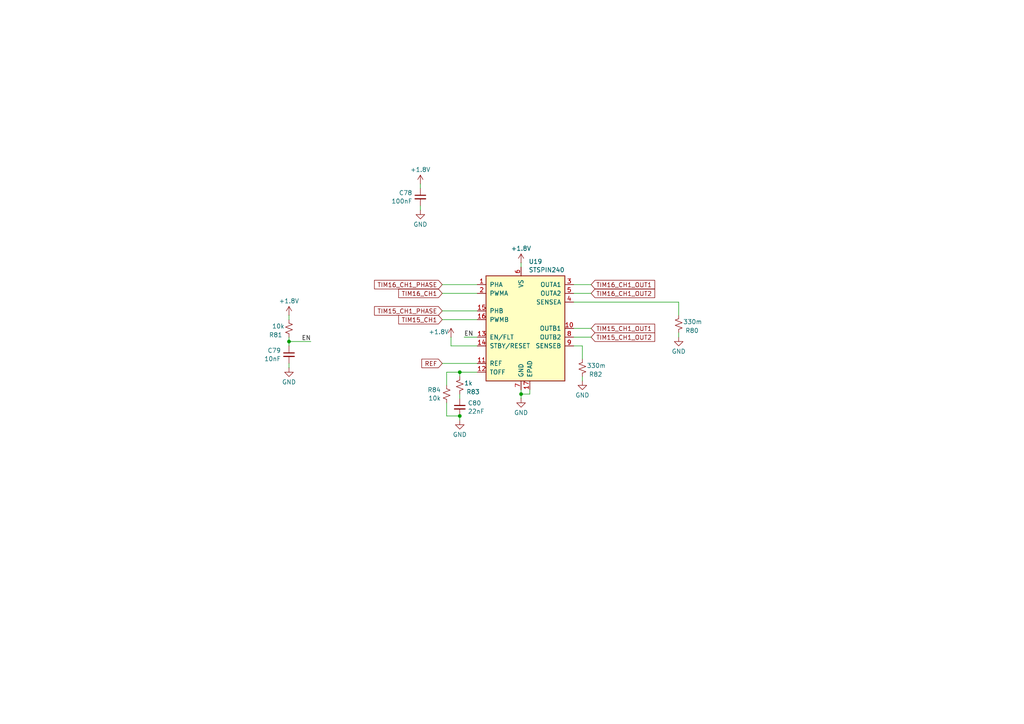
<source format=kicad_sch>
(kicad_sch
	(version 20231120)
	(generator "eeschema")
	(generator_version "8.0")
	(uuid "678b9aec-26bf-4f27-ba87-71e2ec76edda")
	(paper "A4")
	(lib_symbols
		(symbol "Device:C_Small"
			(pin_numbers hide)
			(pin_names
				(offset 0.254) hide)
			(exclude_from_sim no)
			(in_bom yes)
			(on_board yes)
			(property "Reference" "C"
				(at 0.254 1.778 0)
				(effects
					(font
						(size 1.27 1.27)
					)
					(justify left)
				)
			)
			(property "Value" "C_Small"
				(at 0.254 -2.032 0)
				(effects
					(font
						(size 1.27 1.27)
					)
					(justify left)
				)
			)
			(property "Footprint" ""
				(at 0 0 0)
				(effects
					(font
						(size 1.27 1.27)
					)
					(hide yes)
				)
			)
			(property "Datasheet" "~"
				(at 0 0 0)
				(effects
					(font
						(size 1.27 1.27)
					)
					(hide yes)
				)
			)
			(property "Description" "Unpolarized capacitor, small symbol"
				(at 0 0 0)
				(effects
					(font
						(size 1.27 1.27)
					)
					(hide yes)
				)
			)
			(property "ki_keywords" "capacitor cap"
				(at 0 0 0)
				(effects
					(font
						(size 1.27 1.27)
					)
					(hide yes)
				)
			)
			(property "ki_fp_filters" "C_*"
				(at 0 0 0)
				(effects
					(font
						(size 1.27 1.27)
					)
					(hide yes)
				)
			)
			(symbol "C_Small_0_1"
				(polyline
					(pts
						(xy -1.524 -0.508) (xy 1.524 -0.508)
					)
					(stroke
						(width 0.3302)
						(type default)
					)
					(fill
						(type none)
					)
				)
				(polyline
					(pts
						(xy -1.524 0.508) (xy 1.524 0.508)
					)
					(stroke
						(width 0.3048)
						(type default)
					)
					(fill
						(type none)
					)
				)
			)
			(symbol "C_Small_1_1"
				(pin passive line
					(at 0 2.54 270)
					(length 2.032)
					(name "~"
						(effects
							(font
								(size 1.27 1.27)
							)
						)
					)
					(number "1"
						(effects
							(font
								(size 1.27 1.27)
							)
						)
					)
				)
				(pin passive line
					(at 0 -2.54 90)
					(length 2.032)
					(name "~"
						(effects
							(font
								(size 1.27 1.27)
							)
						)
					)
					(number "2"
						(effects
							(font
								(size 1.27 1.27)
							)
						)
					)
				)
			)
		)
		(symbol "Device:R_Small_US"
			(pin_numbers hide)
			(pin_names
				(offset 0.254) hide)
			(exclude_from_sim no)
			(in_bom yes)
			(on_board yes)
			(property "Reference" "R"
				(at 0.762 0.508 0)
				(effects
					(font
						(size 1.27 1.27)
					)
					(justify left)
				)
			)
			(property "Value" "R_Small_US"
				(at 0.762 -1.016 0)
				(effects
					(font
						(size 1.27 1.27)
					)
					(justify left)
				)
			)
			(property "Footprint" ""
				(at 0 0 0)
				(effects
					(font
						(size 1.27 1.27)
					)
					(hide yes)
				)
			)
			(property "Datasheet" "~"
				(at 0 0 0)
				(effects
					(font
						(size 1.27 1.27)
					)
					(hide yes)
				)
			)
			(property "Description" "Resistor, small US symbol"
				(at 0 0 0)
				(effects
					(font
						(size 1.27 1.27)
					)
					(hide yes)
				)
			)
			(property "ki_keywords" "r resistor"
				(at 0 0 0)
				(effects
					(font
						(size 1.27 1.27)
					)
					(hide yes)
				)
			)
			(property "ki_fp_filters" "R_*"
				(at 0 0 0)
				(effects
					(font
						(size 1.27 1.27)
					)
					(hide yes)
				)
			)
			(symbol "R_Small_US_1_1"
				(polyline
					(pts
						(xy 0 0) (xy 1.016 -0.381) (xy 0 -0.762) (xy -1.016 -1.143) (xy 0 -1.524)
					)
					(stroke
						(width 0)
						(type default)
					)
					(fill
						(type none)
					)
				)
				(polyline
					(pts
						(xy 0 1.524) (xy 1.016 1.143) (xy 0 0.762) (xy -1.016 0.381) (xy 0 0)
					)
					(stroke
						(width 0)
						(type default)
					)
					(fill
						(type none)
					)
				)
				(pin passive line
					(at 0 2.54 270)
					(length 1.016)
					(name "~"
						(effects
							(font
								(size 1.27 1.27)
							)
						)
					)
					(number "1"
						(effects
							(font
								(size 1.27 1.27)
							)
						)
					)
				)
				(pin passive line
					(at 0 -2.54 90)
					(length 1.016)
					(name "~"
						(effects
							(font
								(size 1.27 1.27)
							)
						)
					)
					(number "2"
						(effects
							(font
								(size 1.27 1.27)
							)
						)
					)
				)
			)
		)
		(symbol "Driver_Motor:STSPIN240"
			(pin_names
				(offset 1.016)
			)
			(exclude_from_sim no)
			(in_bom yes)
			(on_board yes)
			(property "Reference" "U"
				(at -10.16 16.51 0)
				(effects
					(font
						(size 1.27 1.27)
					)
					(justify left)
				)
			)
			(property "Value" "STSPIN240"
				(at 5.08 16.51 0)
				(effects
					(font
						(size 1.27 1.27)
					)
					(justify left)
				)
			)
			(property "Footprint" "Package_DFN_QFN:VQFN-16-1EP_3x3mm_P0.5mm_EP1.8x1.8mm"
				(at 5.08 19.05 0)
				(effects
					(font
						(size 1.27 1.27)
					)
					(justify left)
					(hide yes)
				)
			)
			(property "Datasheet" "www.st.com/resource/en/datasheet/stspin240.pdf"
				(at 3.81 6.35 0)
				(effects
					(font
						(size 1.27 1.27)
					)
					(hide yes)
				)
			)
			(property "Description" "Low voltage dual brush DC motor driver, 1.8V to 10V input, 1.3Arms output, 0.4Ω Rdson per phase (typical), QFN-16 package"
				(at 0 0 0)
				(effects
					(font
						(size 1.27 1.27)
					)
					(hide yes)
				)
			)
			(property "ki_keywords" "motor driver dc brushed"
				(at 0 0 0)
				(effects
					(font
						(size 1.27 1.27)
					)
					(hide yes)
				)
			)
			(property "ki_fp_filters" "VQFN*1EP*3x3mm*P0.5mm*"
				(at 0 0 0)
				(effects
					(font
						(size 1.27 1.27)
					)
					(hide yes)
				)
			)
			(symbol "STSPIN240_0_1"
				(rectangle
					(start -10.16 15.24)
					(end 12.7 -15.24)
					(stroke
						(width 0.254)
						(type default)
					)
					(fill
						(type background)
					)
				)
			)
			(symbol "STSPIN240_1_1"
				(pin input line
					(at -12.7 12.7 0)
					(length 2.54)
					(name "PHA"
						(effects
							(font
								(size 1.27 1.27)
							)
						)
					)
					(number "1"
						(effects
							(font
								(size 1.27 1.27)
							)
						)
					)
				)
				(pin power_out line
					(at 15.24 0 180)
					(length 2.54)
					(name "OUTB1"
						(effects
							(font
								(size 1.27 1.27)
							)
						)
					)
					(number "10"
						(effects
							(font
								(size 1.27 1.27)
							)
						)
					)
				)
				(pin input line
					(at -12.7 -10.16 0)
					(length 2.54)
					(name "REF"
						(effects
							(font
								(size 1.27 1.27)
							)
						)
					)
					(number "11"
						(effects
							(font
								(size 1.27 1.27)
							)
						)
					)
				)
				(pin input line
					(at -12.7 -12.7 0)
					(length 2.54)
					(name "TOFF"
						(effects
							(font
								(size 1.27 1.27)
							)
						)
					)
					(number "12"
						(effects
							(font
								(size 1.27 1.27)
							)
						)
					)
				)
				(pin bidirectional line
					(at -12.7 -2.54 0)
					(length 2.54)
					(name "EN/FLT"
						(effects
							(font
								(size 1.27 1.27)
							)
						)
					)
					(number "13"
						(effects
							(font
								(size 1.27 1.27)
							)
						)
					)
				)
				(pin input line
					(at -12.7 -5.08 0)
					(length 2.54)
					(name "STBY/RESET"
						(effects
							(font
								(size 1.27 1.27)
							)
						)
					)
					(number "14"
						(effects
							(font
								(size 1.27 1.27)
							)
						)
					)
				)
				(pin input line
					(at -12.7 5.08 0)
					(length 2.54)
					(name "PHB"
						(effects
							(font
								(size 1.27 1.27)
							)
						)
					)
					(number "15"
						(effects
							(font
								(size 1.27 1.27)
							)
						)
					)
				)
				(pin input line
					(at -12.7 2.54 0)
					(length 2.54)
					(name "PWMB"
						(effects
							(font
								(size 1.27 1.27)
							)
						)
					)
					(number "16"
						(effects
							(font
								(size 1.27 1.27)
							)
						)
					)
				)
				(pin power_in line
					(at 2.54 -17.78 90)
					(length 2.54)
					(name "EPAD"
						(effects
							(font
								(size 1.27 1.27)
							)
						)
					)
					(number "17"
						(effects
							(font
								(size 1.27 1.27)
							)
						)
					)
				)
				(pin input line
					(at -12.7 10.16 0)
					(length 2.54)
					(name "PWMA"
						(effects
							(font
								(size 1.27 1.27)
							)
						)
					)
					(number "2"
						(effects
							(font
								(size 1.27 1.27)
							)
						)
					)
				)
				(pin power_out line
					(at 15.24 12.7 180)
					(length 2.54)
					(name "OUTA1"
						(effects
							(font
								(size 1.27 1.27)
							)
						)
					)
					(number "3"
						(effects
							(font
								(size 1.27 1.27)
							)
						)
					)
				)
				(pin power_out line
					(at 15.24 7.62 180)
					(length 2.54)
					(name "SENSEA"
						(effects
							(font
								(size 1.27 1.27)
							)
						)
					)
					(number "4"
						(effects
							(font
								(size 1.27 1.27)
							)
						)
					)
				)
				(pin power_out line
					(at 15.24 10.16 180)
					(length 2.54)
					(name "OUTA2"
						(effects
							(font
								(size 1.27 1.27)
							)
						)
					)
					(number "5"
						(effects
							(font
								(size 1.27 1.27)
							)
						)
					)
				)
				(pin power_in line
					(at 0 17.78 270)
					(length 2.54)
					(name "VS"
						(effects
							(font
								(size 1.27 1.27)
							)
						)
					)
					(number "6"
						(effects
							(font
								(size 1.27 1.27)
							)
						)
					)
				)
				(pin power_in line
					(at 0 -17.78 90)
					(length 2.54)
					(name "GND"
						(effects
							(font
								(size 1.27 1.27)
							)
						)
					)
					(number "7"
						(effects
							(font
								(size 1.27 1.27)
							)
						)
					)
				)
				(pin power_out line
					(at 15.24 -2.54 180)
					(length 2.54)
					(name "OUTB2"
						(effects
							(font
								(size 1.27 1.27)
							)
						)
					)
					(number "8"
						(effects
							(font
								(size 1.27 1.27)
							)
						)
					)
				)
				(pin power_out line
					(at 15.24 -5.08 180)
					(length 2.54)
					(name "SENSEB"
						(effects
							(font
								(size 1.27 1.27)
							)
						)
					)
					(number "9"
						(effects
							(font
								(size 1.27 1.27)
							)
						)
					)
				)
			)
		)
		(symbol "power:+1V8"
			(power)
			(pin_numbers hide)
			(pin_names
				(offset 0) hide)
			(exclude_from_sim no)
			(in_bom yes)
			(on_board yes)
			(property "Reference" "#PWR"
				(at 0 -3.81 0)
				(effects
					(font
						(size 1.27 1.27)
					)
					(hide yes)
				)
			)
			(property "Value" "+1V8"
				(at 0 3.556 0)
				(effects
					(font
						(size 1.27 1.27)
					)
				)
			)
			(property "Footprint" ""
				(at 0 0 0)
				(effects
					(font
						(size 1.27 1.27)
					)
					(hide yes)
				)
			)
			(property "Datasheet" ""
				(at 0 0 0)
				(effects
					(font
						(size 1.27 1.27)
					)
					(hide yes)
				)
			)
			(property "Description" "Power symbol creates a global label with name \"+1V8\""
				(at 0 0 0)
				(effects
					(font
						(size 1.27 1.27)
					)
					(hide yes)
				)
			)
			(property "ki_keywords" "global power"
				(at 0 0 0)
				(effects
					(font
						(size 1.27 1.27)
					)
					(hide yes)
				)
			)
			(symbol "+1V8_0_1"
				(polyline
					(pts
						(xy -0.762 1.27) (xy 0 2.54)
					)
					(stroke
						(width 0)
						(type default)
					)
					(fill
						(type none)
					)
				)
				(polyline
					(pts
						(xy 0 0) (xy 0 2.54)
					)
					(stroke
						(width 0)
						(type default)
					)
					(fill
						(type none)
					)
				)
				(polyline
					(pts
						(xy 0 2.54) (xy 0.762 1.27)
					)
					(stroke
						(width 0)
						(type default)
					)
					(fill
						(type none)
					)
				)
			)
			(symbol "+1V8_1_1"
				(pin power_in line
					(at 0 0 90)
					(length 0)
					(name "~"
						(effects
							(font
								(size 1.27 1.27)
							)
						)
					)
					(number "1"
						(effects
							(font
								(size 1.27 1.27)
							)
						)
					)
				)
			)
		)
		(symbol "power:GND"
			(power)
			(pin_numbers hide)
			(pin_names
				(offset 0) hide)
			(exclude_from_sim no)
			(in_bom yes)
			(on_board yes)
			(property "Reference" "#PWR"
				(at 0 -6.35 0)
				(effects
					(font
						(size 1.27 1.27)
					)
					(hide yes)
				)
			)
			(property "Value" "GND"
				(at 0 -3.81 0)
				(effects
					(font
						(size 1.27 1.27)
					)
				)
			)
			(property "Footprint" ""
				(at 0 0 0)
				(effects
					(font
						(size 1.27 1.27)
					)
					(hide yes)
				)
			)
			(property "Datasheet" ""
				(at 0 0 0)
				(effects
					(font
						(size 1.27 1.27)
					)
					(hide yes)
				)
			)
			(property "Description" "Power symbol creates a global label with name \"GND\" , ground"
				(at 0 0 0)
				(effects
					(font
						(size 1.27 1.27)
					)
					(hide yes)
				)
			)
			(property "ki_keywords" "global power"
				(at 0 0 0)
				(effects
					(font
						(size 1.27 1.27)
					)
					(hide yes)
				)
			)
			(symbol "GND_0_1"
				(polyline
					(pts
						(xy 0 0) (xy 0 -1.27) (xy 1.27 -1.27) (xy 0 -2.54) (xy -1.27 -1.27) (xy 0 -1.27)
					)
					(stroke
						(width 0)
						(type default)
					)
					(fill
						(type none)
					)
				)
			)
			(symbol "GND_1_1"
				(pin power_in line
					(at 0 0 270)
					(length 0)
					(name "~"
						(effects
							(font
								(size 1.27 1.27)
							)
						)
					)
					(number "1"
						(effects
							(font
								(size 1.27 1.27)
							)
						)
					)
				)
			)
		)
	)
	(junction
		(at 133.35 120.65)
		(diameter 0)
		(color 0 0 0 0)
		(uuid "42d6576e-fadb-4563-9fc6-3a42c8f7e3c8")
	)
	(junction
		(at 133.35 107.95)
		(diameter 0)
		(color 0 0 0 0)
		(uuid "667f0bd6-b12d-4faa-987f-927ccb27679f")
	)
	(junction
		(at 151.13 114.3)
		(diameter 0)
		(color 0 0 0 0)
		(uuid "b8536958-cabd-4320-bfca-2face8fcc9a7")
	)
	(junction
		(at 83.82 99.06)
		(diameter 0)
		(color 0 0 0 0)
		(uuid "d7e75411-1de3-452c-afc2-da1331c922c2")
	)
	(wire
		(pts
			(xy 151.13 76.2) (xy 151.13 77.47)
		)
		(stroke
			(width 0)
			(type default)
		)
		(uuid "0df78f29-7091-44f6-a730-ef372ed57675")
	)
	(wire
		(pts
			(xy 133.35 107.95) (xy 133.35 109.22)
		)
		(stroke
			(width 0)
			(type default)
		)
		(uuid "136b5161-d7ef-4375-aa91-e102651a4665")
	)
	(wire
		(pts
			(xy 168.91 100.33) (xy 166.37 100.33)
		)
		(stroke
			(width 0)
			(type default)
		)
		(uuid "154c620a-04df-4b2c-84d6-36da2c79bbea")
	)
	(wire
		(pts
			(xy 121.92 59.69) (xy 121.92 60.96)
		)
		(stroke
			(width 0)
			(type default)
		)
		(uuid "1ea7bd63-8734-448b-980b-014f4ca342f1")
	)
	(wire
		(pts
			(xy 133.35 114.3) (xy 133.35 115.57)
		)
		(stroke
			(width 0)
			(type default)
		)
		(uuid "2081ed10-af47-4487-84ed-017469b4fdb8")
	)
	(wire
		(pts
			(xy 128.27 92.71) (xy 138.43 92.71)
		)
		(stroke
			(width 0)
			(type default)
		)
		(uuid "24beaf91-e7d3-4e03-a638-690a46340679")
	)
	(wire
		(pts
			(xy 168.91 109.22) (xy 168.91 110.49)
		)
		(stroke
			(width 0)
			(type default)
		)
		(uuid "32926c58-e476-43b4-99b4-f50b1bd7289c")
	)
	(wire
		(pts
			(xy 83.82 99.06) (xy 83.82 100.33)
		)
		(stroke
			(width 0)
			(type default)
		)
		(uuid "3421b40e-45e7-4ac7-915c-5c46804131b9")
	)
	(wire
		(pts
			(xy 129.54 120.65) (xy 133.35 120.65)
		)
		(stroke
			(width 0)
			(type default)
		)
		(uuid "416fd5ac-a650-418e-931e-fcded8135e33")
	)
	(wire
		(pts
			(xy 128.27 90.17) (xy 138.43 90.17)
		)
		(stroke
			(width 0)
			(type default)
		)
		(uuid "424cc603-8d4e-4823-ae49-81b1618ee283")
	)
	(wire
		(pts
			(xy 168.91 104.14) (xy 168.91 100.33)
		)
		(stroke
			(width 0)
			(type default)
		)
		(uuid "48380410-9649-43e2-908f-c3ad67ad29b7")
	)
	(wire
		(pts
			(xy 151.13 113.03) (xy 151.13 114.3)
		)
		(stroke
			(width 0)
			(type default)
		)
		(uuid "5cf3c158-a797-45ff-8d5c-d0d1fafe3a22")
	)
	(wire
		(pts
			(xy 83.82 105.41) (xy 83.82 106.68)
		)
		(stroke
			(width 0)
			(type default)
		)
		(uuid "63b91a7c-7c95-4637-acd6-fcc77520c5dc")
	)
	(wire
		(pts
			(xy 196.85 87.63) (xy 196.85 91.44)
		)
		(stroke
			(width 0)
			(type default)
		)
		(uuid "6e4cef16-5184-4768-b13c-e683484dc67d")
	)
	(wire
		(pts
			(xy 129.54 107.95) (xy 133.35 107.95)
		)
		(stroke
			(width 0)
			(type default)
		)
		(uuid "7a2f5d6d-f89b-4009-be9b-50d00f32949b")
	)
	(wire
		(pts
			(xy 128.27 82.55) (xy 138.43 82.55)
		)
		(stroke
			(width 0)
			(type default)
		)
		(uuid "803c6951-769d-4787-a8a8-9d5548901c73")
	)
	(wire
		(pts
			(xy 121.92 53.34) (xy 121.92 54.61)
		)
		(stroke
			(width 0)
			(type default)
		)
		(uuid "81df2ca9-c94f-4f2b-a3c6-fd7d2f5cd330")
	)
	(wire
		(pts
			(xy 171.45 97.79) (xy 166.37 97.79)
		)
		(stroke
			(width 0)
			(type default)
		)
		(uuid "86b89144-a35d-4606-bee6-e66409accc8b")
	)
	(wire
		(pts
			(xy 138.43 97.79) (xy 134.62 97.79)
		)
		(stroke
			(width 0)
			(type default)
		)
		(uuid "87ebdfcb-394e-45c3-bb85-92d5e78fab56")
	)
	(wire
		(pts
			(xy 128.27 85.09) (xy 138.43 85.09)
		)
		(stroke
			(width 0)
			(type default)
		)
		(uuid "8e1f1e4d-a6da-4aa4-97a4-ceec37ac802b")
	)
	(wire
		(pts
			(xy 171.45 82.55) (xy 166.37 82.55)
		)
		(stroke
			(width 0)
			(type default)
		)
		(uuid "9073e5b9-c9af-4baa-b7cc-01e4e0e8170f")
	)
	(wire
		(pts
			(xy 133.35 107.95) (xy 138.43 107.95)
		)
		(stroke
			(width 0)
			(type default)
		)
		(uuid "af0d2cc6-489d-454c-9b05-ca897f917682")
	)
	(wire
		(pts
			(xy 130.81 100.33) (xy 138.43 100.33)
		)
		(stroke
			(width 0)
			(type default)
		)
		(uuid "b17469f9-4bfa-4158-bb7d-36070dad954a")
	)
	(wire
		(pts
			(xy 130.81 97.79) (xy 130.81 100.33)
		)
		(stroke
			(width 0)
			(type default)
		)
		(uuid "b99a87d4-af7a-4089-919c-45c7b3e63e22")
	)
	(wire
		(pts
			(xy 83.82 97.79) (xy 83.82 99.06)
		)
		(stroke
			(width 0)
			(type default)
		)
		(uuid "bab4188a-e630-4411-9ebd-0ebfae15cdb7")
	)
	(wire
		(pts
			(xy 171.45 85.09) (xy 166.37 85.09)
		)
		(stroke
			(width 0)
			(type default)
		)
		(uuid "bdd1b05d-dd6b-43d2-8213-f03d27a27000")
	)
	(wire
		(pts
			(xy 151.13 114.3) (xy 151.13 115.57)
		)
		(stroke
			(width 0)
			(type default)
		)
		(uuid "c05a63b7-2286-49ac-88b8-9c002ca85a9b")
	)
	(wire
		(pts
			(xy 196.85 87.63) (xy 166.37 87.63)
		)
		(stroke
			(width 0)
			(type default)
		)
		(uuid "c703d5d0-28ac-450a-9e81-ebc92b083f82")
	)
	(wire
		(pts
			(xy 128.27 105.41) (xy 138.43 105.41)
		)
		(stroke
			(width 0)
			(type default)
		)
		(uuid "d35195cc-7528-460d-9bc1-1c284727c64a")
	)
	(wire
		(pts
			(xy 129.54 116.84) (xy 129.54 120.65)
		)
		(stroke
			(width 0)
			(type default)
		)
		(uuid "df4c6b07-3cee-4d76-82ac-68278b1b2a0b")
	)
	(wire
		(pts
			(xy 83.82 91.44) (xy 83.82 92.71)
		)
		(stroke
			(width 0)
			(type default)
		)
		(uuid "e0f0e4df-3c11-491b-8c83-7b2feb1c5868")
	)
	(wire
		(pts
			(xy 153.67 114.3) (xy 153.67 113.03)
		)
		(stroke
			(width 0)
			(type default)
		)
		(uuid "e511d5ce-c0d6-4f17-bf9c-e17cd78b2211")
	)
	(wire
		(pts
			(xy 83.82 99.06) (xy 90.17 99.06)
		)
		(stroke
			(width 0)
			(type default)
		)
		(uuid "e535f119-b11d-44d9-8320-a66c01ce3ac1")
	)
	(wire
		(pts
			(xy 129.54 107.95) (xy 129.54 111.76)
		)
		(stroke
			(width 0)
			(type default)
		)
		(uuid "ea7df6dd-d206-4b50-ba0f-4867bd8d5e3c")
	)
	(wire
		(pts
			(xy 196.85 96.52) (xy 196.85 97.79)
		)
		(stroke
			(width 0)
			(type default)
		)
		(uuid "eedb8325-9b7d-43e3-aeb3-3c1bcc0fd479")
	)
	(wire
		(pts
			(xy 151.13 114.3) (xy 153.67 114.3)
		)
		(stroke
			(width 0)
			(type default)
		)
		(uuid "f25e5032-c755-44ef-8098-cb8f9e78830f")
	)
	(wire
		(pts
			(xy 171.45 95.25) (xy 166.37 95.25)
		)
		(stroke
			(width 0)
			(type default)
		)
		(uuid "f53cb537-a4c1-47fa-b30f-4b9840c5326a")
	)
	(wire
		(pts
			(xy 133.35 121.92) (xy 133.35 120.65)
		)
		(stroke
			(width 0)
			(type default)
		)
		(uuid "fcb6524b-ad1e-4656-ace8-fb400e227a7f")
	)
	(label "EN"
		(at 134.62 97.79 0)
		(fields_autoplaced yes)
		(effects
			(font
				(size 1.27 1.27)
			)
			(justify left bottom)
		)
		(uuid "2d735b23-4b75-4cc8-8522-77b72559e13e")
	)
	(label "EN"
		(at 90.17 99.06 180)
		(fields_autoplaced yes)
		(effects
			(font
				(size 1.27 1.27)
			)
			(justify right bottom)
		)
		(uuid "fc3e2e52-2328-484c-bc85-8e920ea7a8f4")
	)
	(global_label "TIM15_CH1"
		(shape input)
		(at 128.27 92.71 180)
		(fields_autoplaced yes)
		(effects
			(font
				(size 1.27 1.27)
			)
			(justify right)
		)
		(uuid "58b2eda6-4dac-4b30-9252-55102a16717b")
		(property "Intersheetrefs" "${INTERSHEET_REFS}"
			(at 115.0644 92.71 0)
			(effects
				(font
					(size 1.27 1.27)
				)
				(justify right)
				(hide yes)
			)
		)
	)
	(global_label "TIM15_CH1_OUT1"
		(shape input)
		(at 171.45 95.25 0)
		(fields_autoplaced yes)
		(effects
			(font
				(size 1.27 1.27)
			)
			(justify left)
		)
		(uuid "69cabd2f-524e-4bd2-a46b-afbbe99a6fd6")
		(property "Intersheetrefs" "${INTERSHEET_REFS}"
			(at 190.4613 95.25 0)
			(effects
				(font
					(size 1.27 1.27)
				)
				(justify left)
				(hide yes)
			)
		)
	)
	(global_label "TIM16_CH1_OUT2"
		(shape input)
		(at 171.45 85.09 0)
		(fields_autoplaced yes)
		(effects
			(font
				(size 1.27 1.27)
			)
			(justify left)
		)
		(uuid "6f5a84ed-8f52-43aa-baa3-6cd66df133f0")
		(property "Intersheetrefs" "${INTERSHEET_REFS}"
			(at 190.4613 85.09 0)
			(effects
				(font
					(size 1.27 1.27)
				)
				(justify left)
				(hide yes)
			)
		)
	)
	(global_label "TIM16_CH1_OUT1"
		(shape input)
		(at 171.45 82.55 0)
		(fields_autoplaced yes)
		(effects
			(font
				(size 1.27 1.27)
			)
			(justify left)
		)
		(uuid "7d87871d-6cd7-4de3-aff1-4dfff5d8d848")
		(property "Intersheetrefs" "${INTERSHEET_REFS}"
			(at 190.4613 82.55 0)
			(effects
				(font
					(size 1.27 1.27)
				)
				(justify left)
				(hide yes)
			)
		)
	)
	(global_label "TIM15_CH1_PHASE"
		(shape input)
		(at 128.27 90.17 180)
		(fields_autoplaced yes)
		(effects
			(font
				(size 1.27 1.27)
			)
			(justify right)
		)
		(uuid "8b813cc2-a0aa-4d22-9809-183b5a09753d")
		(property "Intersheetrefs" "${INTERSHEET_REFS}"
			(at 108.0492 90.17 0)
			(effects
				(font
					(size 1.27 1.27)
				)
				(justify right)
				(hide yes)
			)
		)
	)
	(global_label "REF"
		(shape input)
		(at 128.27 105.41 180)
		(fields_autoplaced yes)
		(effects
			(font
				(size 1.27 1.27)
			)
			(justify right)
		)
		(uuid "a0dc2bc4-5b4f-4c18-86e8-8fa5de828bae")
		(property "Intersheetrefs" "${INTERSHEET_REFS}"
			(at 121.7772 105.41 0)
			(effects
				(font
					(size 1.27 1.27)
				)
				(justify right)
				(hide yes)
			)
		)
	)
	(global_label "TIM16_CH1_PHASE"
		(shape input)
		(at 128.27 82.55 180)
		(fields_autoplaced yes)
		(effects
			(font
				(size 1.27 1.27)
			)
			(justify right)
		)
		(uuid "a4881ba1-4837-43a5-b98c-30b78eaa4774")
		(property "Intersheetrefs" "${INTERSHEET_REFS}"
			(at 108.0492 82.55 0)
			(effects
				(font
					(size 1.27 1.27)
				)
				(justify right)
				(hide yes)
			)
		)
	)
	(global_label "TIM16_CH1"
		(shape input)
		(at 128.27 85.09 180)
		(fields_autoplaced yes)
		(effects
			(font
				(size 1.27 1.27)
			)
			(justify right)
		)
		(uuid "b6dee8e1-f56e-4501-a1ed-fa3e6493b6f5")
		(property "Intersheetrefs" "${INTERSHEET_REFS}"
			(at 115.0644 85.09 0)
			(effects
				(font
					(size 1.27 1.27)
				)
				(justify right)
				(hide yes)
			)
		)
	)
	(global_label "TIM15_CH1_OUT2"
		(shape input)
		(at 171.45 97.79 0)
		(fields_autoplaced yes)
		(effects
			(font
				(size 1.27 1.27)
			)
			(justify left)
		)
		(uuid "eb74b5e5-a69d-44e1-8ff1-e01671d8e7c5")
		(property "Intersheetrefs" "${INTERSHEET_REFS}"
			(at 190.4613 97.79 0)
			(effects
				(font
					(size 1.27 1.27)
				)
				(justify left)
				(hide yes)
			)
		)
	)
	(symbol
		(lib_id "Device:R_Small_US")
		(at 133.35 111.76 0)
		(mirror y)
		(unit 1)
		(exclude_from_sim no)
		(in_bom yes)
		(on_board yes)
		(dnp no)
		(uuid "08d3599f-af0c-44bb-81d5-91e8f1f358cf")
		(property "Reference" "R83"
			(at 135.255 113.665 0)
			(effects
				(font
					(size 1.27 1.27)
				)
				(justify right)
			)
		)
		(property "Value" "1k"
			(at 134.62 111.125 0)
			(effects
				(font
					(size 1.27 1.27)
				)
				(justify right)
			)
		)
		(property "Footprint" "Resistor_SMD:R_0402_1005Metric"
			(at 133.35 111.76 0)
			(effects
				(font
					(size 1.27 1.27)
				)
				(hide yes)
			)
		)
		(property "Datasheet" "~"
			(at 133.35 111.76 0)
			(effects
				(font
					(size 1.27 1.27)
				)
				(hide yes)
			)
		)
		(property "Description" ""
			(at 133.35 111.76 0)
			(effects
				(font
					(size 1.27 1.27)
				)
				(hide yes)
			)
		)
		(property "LCSC" "C11702"
			(at 133.35 111.76 0)
			(effects
				(font
					(size 1.27 1.27)
				)
				(hide yes)
			)
		)
		(pin "1"
			(uuid "520cc536-f2af-4093-9c89-99c22b303949")
		)
		(pin "2"
			(uuid "6d27895e-5584-4a35-a191-ef74435461a2")
		)
		(instances
			(project "kasm_pcb_rev2"
				(path "/b88f3414-095b-412c-ac5e-63ceec91c7e6/2d3f9a94-2f4e-4d4f-b431-cd37d3bb57a3/689638b1-f485-474e-b8ae-5ad92b829928"
					(reference "R83")
					(unit 1)
				)
			)
		)
	)
	(symbol
		(lib_id "power:GND")
		(at 151.13 115.57 0)
		(unit 1)
		(exclude_from_sim no)
		(in_bom yes)
		(on_board yes)
		(dnp no)
		(uuid "0999cc4d-196e-43d7-9300-6dc4805e5618")
		(property "Reference" "#PWR0194"
			(at 151.13 121.92 0)
			(effects
				(font
					(size 1.27 1.27)
				)
				(hide yes)
			)
		)
		(property "Value" "GND"
			(at 151.13 119.7031 0)
			(effects
				(font
					(size 1.27 1.27)
				)
			)
		)
		(property "Footprint" ""
			(at 151.13 115.57 0)
			(effects
				(font
					(size 1.27 1.27)
				)
				(hide yes)
			)
		)
		(property "Datasheet" ""
			(at 151.13 115.57 0)
			(effects
				(font
					(size 1.27 1.27)
				)
				(hide yes)
			)
		)
		(property "Description" "Power symbol creates a global label with name \"GND\" , ground"
			(at 151.13 115.57 0)
			(effects
				(font
					(size 1.27 1.27)
				)
				(hide yes)
			)
		)
		(pin "1"
			(uuid "01c8d304-92ab-4c38-9ee6-bb49e7f47521")
		)
		(instances
			(project "kasm_pcb_rev2"
				(path "/b88f3414-095b-412c-ac5e-63ceec91c7e6/2d3f9a94-2f4e-4d4f-b431-cd37d3bb57a3/689638b1-f485-474e-b8ae-5ad92b829928"
					(reference "#PWR0194")
					(unit 1)
				)
			)
		)
	)
	(symbol
		(lib_id "Device:R_Small_US")
		(at 196.85 93.98 0)
		(mirror y)
		(unit 1)
		(exclude_from_sim no)
		(in_bom yes)
		(on_board yes)
		(dnp no)
		(uuid "0c943832-355b-4dd2-80d1-86cc87ab732c")
		(property "Reference" "R80"
			(at 198.755 95.885 0)
			(effects
				(font
					(size 1.27 1.27)
				)
				(justify right)
			)
		)
		(property "Value" "330m"
			(at 198.12 93.345 0)
			(effects
				(font
					(size 1.27 1.27)
				)
				(justify right)
			)
		)
		(property "Footprint" "Resistor_SMD:R_0402_1005Metric"
			(at 196.85 93.98 0)
			(effects
				(font
					(size 1.27 1.27)
				)
				(hide yes)
			)
		)
		(property "Datasheet" "~"
			(at 196.85 93.98 0)
			(effects
				(font
					(size 1.27 1.27)
				)
				(hide yes)
			)
		)
		(property "Description" ""
			(at 196.85 93.98 0)
			(effects
				(font
					(size 1.27 1.27)
				)
				(hide yes)
			)
		)
		(property "LCSC" "C332660"
			(at 196.85 93.98 0)
			(effects
				(font
					(size 1.27 1.27)
				)
				(hide yes)
			)
		)
		(pin "1"
			(uuid "57d730c9-355f-4784-b711-036a1073d2a4")
		)
		(pin "2"
			(uuid "b0acd83e-7dfa-44f5-8902-f6cbfe4aaaab")
		)
		(instances
			(project "kasm_pcb_rev2"
				(path "/b88f3414-095b-412c-ac5e-63ceec91c7e6/2d3f9a94-2f4e-4d4f-b431-cd37d3bb57a3/689638b1-f485-474e-b8ae-5ad92b829928"
					(reference "R80")
					(unit 1)
				)
			)
		)
	)
	(symbol
		(lib_id "power:GND")
		(at 133.35 121.92 0)
		(unit 1)
		(exclude_from_sim no)
		(in_bom yes)
		(on_board yes)
		(dnp no)
		(uuid "14826b93-6e2a-40a6-8261-c4025ad4b572")
		(property "Reference" "#PWR0195"
			(at 133.35 128.27 0)
			(effects
				(font
					(size 1.27 1.27)
				)
				(hide yes)
			)
		)
		(property "Value" "GND"
			(at 133.35 126.0531 0)
			(effects
				(font
					(size 1.27 1.27)
				)
			)
		)
		(property "Footprint" ""
			(at 133.35 121.92 0)
			(effects
				(font
					(size 1.27 1.27)
				)
				(hide yes)
			)
		)
		(property "Datasheet" ""
			(at 133.35 121.92 0)
			(effects
				(font
					(size 1.27 1.27)
				)
				(hide yes)
			)
		)
		(property "Description" "Power symbol creates a global label with name \"GND\" , ground"
			(at 133.35 121.92 0)
			(effects
				(font
					(size 1.27 1.27)
				)
				(hide yes)
			)
		)
		(pin "1"
			(uuid "e8b8079c-b48f-4a26-a36d-ad370f272bfa")
		)
		(instances
			(project "kasm_pcb_rev2"
				(path "/b88f3414-095b-412c-ac5e-63ceec91c7e6/2d3f9a94-2f4e-4d4f-b431-cd37d3bb57a3/689638b1-f485-474e-b8ae-5ad92b829928"
					(reference "#PWR0195")
					(unit 1)
				)
			)
		)
	)
	(symbol
		(lib_id "Device:R_Small_US")
		(at 83.82 95.25 0)
		(unit 1)
		(exclude_from_sim no)
		(in_bom yes)
		(on_board yes)
		(dnp no)
		(uuid "23119a32-3781-4e14-9518-f3722f383c32")
		(property "Reference" "R81"
			(at 81.915 97.155 0)
			(effects
				(font
					(size 1.27 1.27)
				)
				(justify right)
			)
		)
		(property "Value" "10k"
			(at 82.55 94.615 0)
			(effects
				(font
					(size 1.27 1.27)
				)
				(justify right)
			)
		)
		(property "Footprint" "Resistor_SMD:R_0402_1005Metric"
			(at 83.82 95.25 0)
			(effects
				(font
					(size 1.27 1.27)
				)
				(hide yes)
			)
		)
		(property "Datasheet" "~"
			(at 83.82 95.25 0)
			(effects
				(font
					(size 1.27 1.27)
				)
				(hide yes)
			)
		)
		(property "Description" ""
			(at 83.82 95.25 0)
			(effects
				(font
					(size 1.27 1.27)
				)
				(hide yes)
			)
		)
		(property "LCSC" "C25744"
			(at 83.82 95.25 0)
			(effects
				(font
					(size 1.27 1.27)
				)
				(hide yes)
			)
		)
		(pin "1"
			(uuid "d81662fd-b7ee-4cd3-835e-4201edb14a83")
		)
		(pin "2"
			(uuid "161611a2-a90e-4351-9765-90a80e4e7081")
		)
		(instances
			(project "kasm_pcb_rev2"
				(path "/b88f3414-095b-412c-ac5e-63ceec91c7e6/2d3f9a94-2f4e-4d4f-b431-cd37d3bb57a3/689638b1-f485-474e-b8ae-5ad92b829928"
					(reference "R81")
					(unit 1)
				)
			)
		)
	)
	(symbol
		(lib_id "power:+1V8")
		(at 130.81 97.79 0)
		(unit 1)
		(exclude_from_sim no)
		(in_bom yes)
		(on_board yes)
		(dnp no)
		(uuid "47419cb7-ae1c-489c-b519-ae9a5c0d2b1e")
		(property "Reference" "#PWR0190"
			(at 130.81 101.6 0)
			(effects
				(font
					(size 1.27 1.27)
				)
				(hide yes)
			)
		)
		(property "Value" "+1.8V"
			(at 127.254 96.266 0)
			(effects
				(font
					(size 1.27 1.27)
				)
			)
		)
		(property "Footprint" ""
			(at 130.81 97.79 0)
			(effects
				(font
					(size 1.27 1.27)
				)
				(hide yes)
			)
		)
		(property "Datasheet" ""
			(at 130.81 97.79 0)
			(effects
				(font
					(size 1.27 1.27)
				)
				(hide yes)
			)
		)
		(property "Description" "Power symbol creates a global label with name \"+1V8\""
			(at 130.81 97.79 0)
			(effects
				(font
					(size 1.27 1.27)
				)
				(hide yes)
			)
		)
		(pin "1"
			(uuid "053ca9e1-1fa5-4cbe-93b1-01fdae85988d")
		)
		(instances
			(project "kasm_pcb_rev2"
				(path "/b88f3414-095b-412c-ac5e-63ceec91c7e6/2d3f9a94-2f4e-4d4f-b431-cd37d3bb57a3/689638b1-f485-474e-b8ae-5ad92b829928"
					(reference "#PWR0190")
					(unit 1)
				)
			)
		)
	)
	(symbol
		(lib_id "Device:R_Small_US")
		(at 168.91 106.68 0)
		(mirror y)
		(unit 1)
		(exclude_from_sim no)
		(in_bom yes)
		(on_board yes)
		(dnp no)
		(uuid "573e37f4-27b0-4a2f-aa61-feaccf55e8aa")
		(property "Reference" "R82"
			(at 170.815 108.585 0)
			(effects
				(font
					(size 1.27 1.27)
				)
				(justify right)
			)
		)
		(property "Value" "330m"
			(at 170.18 106.045 0)
			(effects
				(font
					(size 1.27 1.27)
				)
				(justify right)
			)
		)
		(property "Footprint" "Resistor_SMD:R_0402_1005Metric"
			(at 168.91 106.68 0)
			(effects
				(font
					(size 1.27 1.27)
				)
				(hide yes)
			)
		)
		(property "Datasheet" "~"
			(at 168.91 106.68 0)
			(effects
				(font
					(size 1.27 1.27)
				)
				(hide yes)
			)
		)
		(property "Description" ""
			(at 168.91 106.68 0)
			(effects
				(font
					(size 1.27 1.27)
				)
				(hide yes)
			)
		)
		(property "LCSC" "C332660"
			(at 168.91 106.68 0)
			(effects
				(font
					(size 1.27 1.27)
				)
				(hide yes)
			)
		)
		(pin "1"
			(uuid "deb5ea79-eada-4ab9-8293-e45ffe29325b")
		)
		(pin "2"
			(uuid "9fb9f794-63ce-4561-8109-da4072feb646")
		)
		(instances
			(project "kasm_pcb_rev2"
				(path "/b88f3414-095b-412c-ac5e-63ceec91c7e6/2d3f9a94-2f4e-4d4f-b431-cd37d3bb57a3/689638b1-f485-474e-b8ae-5ad92b829928"
					(reference "R82")
					(unit 1)
				)
			)
		)
	)
	(symbol
		(lib_id "Device:C_Small")
		(at 83.82 102.87 0)
		(mirror y)
		(unit 1)
		(exclude_from_sim no)
		(in_bom yes)
		(on_board yes)
		(dnp no)
		(uuid "8bbefa2f-93dc-492f-a9f9-ce6467de0313")
		(property "Reference" "C79"
			(at 81.4959 101.6642 0)
			(effects
				(font
					(size 1.27 1.27)
				)
				(justify left)
			)
		)
		(property "Value" "10nF"
			(at 81.4959 104.0884 0)
			(effects
				(font
					(size 1.27 1.27)
				)
				(justify left)
			)
		)
		(property "Footprint" "Capacitor_SMD:C_0402_1005Metric"
			(at 83.82 102.87 0)
			(effects
				(font
					(size 1.27 1.27)
				)
				(hide yes)
			)
		)
		(property "Datasheet" "~"
			(at 83.82 102.87 0)
			(effects
				(font
					(size 1.27 1.27)
				)
				(hide yes)
			)
		)
		(property "Description" ""
			(at 83.82 102.87 0)
			(effects
				(font
					(size 1.27 1.27)
				)
				(hide yes)
			)
		)
		(property "LCSC" "C15195"
			(at 83.82 102.87 0)
			(effects
				(font
					(size 1.27 1.27)
				)
				(hide yes)
			)
		)
		(pin "1"
			(uuid "4a0b128f-1011-4cfc-a4f9-a184f8f367cb")
		)
		(pin "2"
			(uuid "7ee64186-dbfa-4b56-9658-efb851b27027")
		)
		(instances
			(project "kasm_pcb_rev2"
				(path "/b88f3414-095b-412c-ac5e-63ceec91c7e6/2d3f9a94-2f4e-4d4f-b431-cd37d3bb57a3/689638b1-f485-474e-b8ae-5ad92b829928"
					(reference "C79")
					(unit 1)
				)
			)
		)
	)
	(symbol
		(lib_id "Device:C_Small")
		(at 133.35 118.11 0)
		(unit 1)
		(exclude_from_sim no)
		(in_bom yes)
		(on_board yes)
		(dnp no)
		(uuid "a4b32b01-09cd-40d7-b4bd-05e6b14c732a")
		(property "Reference" "C80"
			(at 135.6741 116.9042 0)
			(effects
				(font
					(size 1.27 1.27)
				)
				(justify left)
			)
		)
		(property "Value" "22nF"
			(at 135.6741 119.3284 0)
			(effects
				(font
					(size 1.27 1.27)
				)
				(justify left)
			)
		)
		(property "Footprint" "Capacitor_SMD:C_0402_1005Metric"
			(at 133.35 118.11 0)
			(effects
				(font
					(size 1.27 1.27)
				)
				(hide yes)
			)
		)
		(property "Datasheet" "~"
			(at 133.35 118.11 0)
			(effects
				(font
					(size 1.27 1.27)
				)
				(hide yes)
			)
		)
		(property "Description" ""
			(at 133.35 118.11 0)
			(effects
				(font
					(size 1.27 1.27)
				)
				(hide yes)
			)
		)
		(property "LCSC" "C1532"
			(at 133.35 118.11 0)
			(effects
				(font
					(size 1.27 1.27)
				)
				(hide yes)
			)
		)
		(pin "1"
			(uuid "8b85e93a-1364-406f-b041-5332cdf1f0d7")
		)
		(pin "2"
			(uuid "1180bcc9-8394-4f27-9980-bdad24b10085")
		)
		(instances
			(project "kasm_pcb_rev2"
				(path "/b88f3414-095b-412c-ac5e-63ceec91c7e6/2d3f9a94-2f4e-4d4f-b431-cd37d3bb57a3/689638b1-f485-474e-b8ae-5ad92b829928"
					(reference "C80")
					(unit 1)
				)
			)
		)
	)
	(symbol
		(lib_id "power:GND")
		(at 83.82 106.68 0)
		(unit 1)
		(exclude_from_sim no)
		(in_bom yes)
		(on_board yes)
		(dnp no)
		(uuid "a7e209d7-8814-4e15-94e5-c596746dcf1c")
		(property "Reference" "#PWR0192"
			(at 83.82 113.03 0)
			(effects
				(font
					(size 1.27 1.27)
				)
				(hide yes)
			)
		)
		(property "Value" "GND"
			(at 83.82 110.8131 0)
			(effects
				(font
					(size 1.27 1.27)
				)
			)
		)
		(property "Footprint" ""
			(at 83.82 106.68 0)
			(effects
				(font
					(size 1.27 1.27)
				)
				(hide yes)
			)
		)
		(property "Datasheet" ""
			(at 83.82 106.68 0)
			(effects
				(font
					(size 1.27 1.27)
				)
				(hide yes)
			)
		)
		(property "Description" "Power symbol creates a global label with name \"GND\" , ground"
			(at 83.82 106.68 0)
			(effects
				(font
					(size 1.27 1.27)
				)
				(hide yes)
			)
		)
		(pin "1"
			(uuid "92a6c475-de20-49ef-86de-68ef71c69e89")
		)
		(instances
			(project "kasm_pcb_rev2"
				(path "/b88f3414-095b-412c-ac5e-63ceec91c7e6/2d3f9a94-2f4e-4d4f-b431-cd37d3bb57a3/689638b1-f485-474e-b8ae-5ad92b829928"
					(reference "#PWR0192")
					(unit 1)
				)
			)
		)
	)
	(symbol
		(lib_id "Device:R_Small_US")
		(at 129.54 114.3 0)
		(unit 1)
		(exclude_from_sim no)
		(in_bom yes)
		(on_board yes)
		(dnp no)
		(uuid "bfdc5db9-5620-48b6-9bf6-89e3bdf3214f")
		(property "Reference" "R84"
			(at 127.889 113.0879 0)
			(effects
				(font
					(size 1.27 1.27)
				)
				(justify right)
			)
		)
		(property "Value" "10k"
			(at 127.889 115.5121 0)
			(effects
				(font
					(size 1.27 1.27)
				)
				(justify right)
			)
		)
		(property "Footprint" "Resistor_SMD:R_0402_1005Metric"
			(at 129.54 114.3 0)
			(effects
				(font
					(size 1.27 1.27)
				)
				(hide yes)
			)
		)
		(property "Datasheet" "~"
			(at 129.54 114.3 0)
			(effects
				(font
					(size 1.27 1.27)
				)
				(hide yes)
			)
		)
		(property "Description" ""
			(at 129.54 114.3 0)
			(effects
				(font
					(size 1.27 1.27)
				)
				(hide yes)
			)
		)
		(property "LCSC" "C25744"
			(at 129.54 114.3 0)
			(effects
				(font
					(size 1.27 1.27)
				)
				(hide yes)
			)
		)
		(pin "1"
			(uuid "c274c463-e395-48cd-84fd-43c321901939")
		)
		(pin "2"
			(uuid "40177d0b-163d-4b7d-bc14-a96a14938c86")
		)
		(instances
			(project "kasm_pcb_rev2"
				(path "/b88f3414-095b-412c-ac5e-63ceec91c7e6/2d3f9a94-2f4e-4d4f-b431-cd37d3bb57a3/689638b1-f485-474e-b8ae-5ad92b829928"
					(reference "R84")
					(unit 1)
				)
			)
		)
	)
	(symbol
		(lib_id "Driver_Motor:STSPIN240")
		(at 151.13 95.25 0)
		(unit 1)
		(exclude_from_sim no)
		(in_bom yes)
		(on_board yes)
		(dnp no)
		(fields_autoplaced yes)
		(uuid "c7502d99-2115-45f9-a2ef-a076462238a5")
		(property "Reference" "U19"
			(at 153.3241 75.8655 0)
			(effects
				(font
					(size 1.27 1.27)
				)
				(justify left)
			)
		)
		(property "Value" "STSPIN240"
			(at 153.3241 78.2898 0)
			(effects
				(font
					(size 1.27 1.27)
				)
				(justify left)
			)
		)
		(property "Footprint" "Package_DFN_QFN:VQFN-16-1EP_3x3mm_P0.5mm_EP1.8x1.8mm"
			(at 156.21 76.2 0)
			(effects
				(font
					(size 1.27 1.27)
				)
				(justify left)
				(hide yes)
			)
		)
		(property "Datasheet" "www.st.com/resource/en/datasheet/stspin240.pdf"
			(at 154.94 88.9 0)
			(effects
				(font
					(size 1.27 1.27)
				)
				(hide yes)
			)
		)
		(property "Description" "Low voltage dual brush DC motor driver, 1.8V to 10V input, 1.3Arms output, 0.4Ω Rdson per phase (typical), QFN-16 package"
			(at 151.13 95.25 0)
			(effects
				(font
					(size 1.27 1.27)
				)
				(hide yes)
			)
		)
		(property "LCSC" "C962258"
			(at 151.13 95.25 0)
			(effects
				(font
					(size 1.27 1.27)
				)
				(hide yes)
			)
		)
		(pin "3"
			(uuid "fe9d407e-f7c4-4d26-83bf-e859ae563953")
		)
		(pin "1"
			(uuid "30ac2a83-2a74-4171-a3a8-2d0ae77ce84e")
		)
		(pin "11"
			(uuid "e8cf5615-f468-42e5-b764-8378300ae2c0")
		)
		(pin "16"
			(uuid "343aae0f-2418-414b-9e98-d73fb55bc60f")
		)
		(pin "5"
			(uuid "3f95d406-0c66-4745-9029-ca7bee6a393b")
		)
		(pin "17"
			(uuid "628e1b96-d0d9-48e0-ba07-8b5abceabae1")
		)
		(pin "4"
			(uuid "522a1027-f92a-412a-99e9-27eca5bd7271")
		)
		(pin "7"
			(uuid "f1ca1b92-8e7f-487e-9eb0-2680eac2976c")
		)
		(pin "12"
			(uuid "b1dff811-43d4-4eb0-b4fe-8d1d58da56dd")
		)
		(pin "8"
			(uuid "af706f31-aaf9-436f-a4e4-d2b6472f0b71")
		)
		(pin "13"
			(uuid "cc77683b-88d0-4edf-9198-5ce1c7403982")
		)
		(pin "14"
			(uuid "358dc77a-4bac-4156-944f-764ceb3f10f2")
		)
		(pin "9"
			(uuid "f9c0fd3b-34e7-4383-9c93-07ea94d472db")
		)
		(pin "15"
			(uuid "fb8a524f-69ff-4e75-8ae2-d8b3c017c8f2")
		)
		(pin "6"
			(uuid "703dac2d-832a-4314-b1e9-b916d658de24")
		)
		(pin "2"
			(uuid "71a4b8d0-494f-4156-a3ea-31e3755ac544")
		)
		(pin "10"
			(uuid "28bf453d-5e87-4410-b8a1-e775a3e9537b")
		)
		(instances
			(project "kasm_pcb_rev2"
				(path "/b88f3414-095b-412c-ac5e-63ceec91c7e6/2d3f9a94-2f4e-4d4f-b431-cd37d3bb57a3/689638b1-f485-474e-b8ae-5ad92b829928"
					(reference "U19")
					(unit 1)
				)
			)
		)
	)
	(symbol
		(lib_id "power:+1V8")
		(at 151.13 76.2 0)
		(unit 1)
		(exclude_from_sim no)
		(in_bom yes)
		(on_board yes)
		(dnp no)
		(fields_autoplaced yes)
		(uuid "ca847cc4-807a-42af-945f-2720735b3a56")
		(property "Reference" "#PWR0188"
			(at 151.13 80.01 0)
			(effects
				(font
					(size 1.27 1.27)
				)
				(hide yes)
			)
		)
		(property "Value" "+1.8V"
			(at 151.13 72.0669 0)
			(effects
				(font
					(size 1.27 1.27)
				)
			)
		)
		(property "Footprint" ""
			(at 151.13 76.2 0)
			(effects
				(font
					(size 1.27 1.27)
				)
				(hide yes)
			)
		)
		(property "Datasheet" ""
			(at 151.13 76.2 0)
			(effects
				(font
					(size 1.27 1.27)
				)
				(hide yes)
			)
		)
		(property "Description" "Power symbol creates a global label with name \"+1V8\""
			(at 151.13 76.2 0)
			(effects
				(font
					(size 1.27 1.27)
				)
				(hide yes)
			)
		)
		(pin "1"
			(uuid "7ccac2bd-317e-409c-be59-a405e74a4185")
		)
		(instances
			(project "kasm_pcb_rev2"
				(path "/b88f3414-095b-412c-ac5e-63ceec91c7e6/2d3f9a94-2f4e-4d4f-b431-cd37d3bb57a3/689638b1-f485-474e-b8ae-5ad92b829928"
					(reference "#PWR0188")
					(unit 1)
				)
			)
		)
	)
	(symbol
		(lib_id "power:GND")
		(at 121.92 60.96 0)
		(unit 1)
		(exclude_from_sim no)
		(in_bom yes)
		(on_board yes)
		(dnp no)
		(uuid "d0817673-fadb-49b3-aafd-2e2ce68adcb9")
		(property "Reference" "#PWR0187"
			(at 121.92 67.31 0)
			(effects
				(font
					(size 1.27 1.27)
				)
				(hide yes)
			)
		)
		(property "Value" "GND"
			(at 121.92 65.0931 0)
			(effects
				(font
					(size 1.27 1.27)
				)
			)
		)
		(property "Footprint" ""
			(at 121.92 60.96 0)
			(effects
				(font
					(size 1.27 1.27)
				)
				(hide yes)
			)
		)
		(property "Datasheet" ""
			(at 121.92 60.96 0)
			(effects
				(font
					(size 1.27 1.27)
				)
				(hide yes)
			)
		)
		(property "Description" "Power symbol creates a global label with name \"GND\" , ground"
			(at 121.92 60.96 0)
			(effects
				(font
					(size 1.27 1.27)
				)
				(hide yes)
			)
		)
		(pin "1"
			(uuid "79456005-239d-4387-bf35-7a8857acec34")
		)
		(instances
			(project "kasm_pcb_rev2"
				(path "/b88f3414-095b-412c-ac5e-63ceec91c7e6/2d3f9a94-2f4e-4d4f-b431-cd37d3bb57a3/689638b1-f485-474e-b8ae-5ad92b829928"
					(reference "#PWR0187")
					(unit 1)
				)
			)
		)
	)
	(symbol
		(lib_id "power:GND")
		(at 196.85 97.79 0)
		(unit 1)
		(exclude_from_sim no)
		(in_bom yes)
		(on_board yes)
		(dnp no)
		(uuid "d175aaf1-ea8b-44a5-93c7-f549d04de460")
		(property "Reference" "#PWR0191"
			(at 196.85 104.14 0)
			(effects
				(font
					(size 1.27 1.27)
				)
				(hide yes)
			)
		)
		(property "Value" "GND"
			(at 196.85 101.9231 0)
			(effects
				(font
					(size 1.27 1.27)
				)
			)
		)
		(property "Footprint" ""
			(at 196.85 97.79 0)
			(effects
				(font
					(size 1.27 1.27)
				)
				(hide yes)
			)
		)
		(property "Datasheet" ""
			(at 196.85 97.79 0)
			(effects
				(font
					(size 1.27 1.27)
				)
				(hide yes)
			)
		)
		(property "Description" "Power symbol creates a global label with name \"GND\" , ground"
			(at 196.85 97.79 0)
			(effects
				(font
					(size 1.27 1.27)
				)
				(hide yes)
			)
		)
		(pin "1"
			(uuid "a8b3fb2d-6d12-4fce-bae4-1b92b043b350")
		)
		(instances
			(project "kasm_pcb_rev2"
				(path "/b88f3414-095b-412c-ac5e-63ceec91c7e6/2d3f9a94-2f4e-4d4f-b431-cd37d3bb57a3/689638b1-f485-474e-b8ae-5ad92b829928"
					(reference "#PWR0191")
					(unit 1)
				)
			)
		)
	)
	(symbol
		(lib_id "power:+1V8")
		(at 121.92 53.34 0)
		(unit 1)
		(exclude_from_sim no)
		(in_bom yes)
		(on_board yes)
		(dnp no)
		(fields_autoplaced yes)
		(uuid "d30b25b1-e68a-4f45-88ed-82944a2e5cfe")
		(property "Reference" "#PWR0186"
			(at 121.92 57.15 0)
			(effects
				(font
					(size 1.27 1.27)
				)
				(hide yes)
			)
		)
		(property "Value" "+1.8V"
			(at 121.92 49.2069 0)
			(effects
				(font
					(size 1.27 1.27)
				)
			)
		)
		(property "Footprint" ""
			(at 121.92 53.34 0)
			(effects
				(font
					(size 1.27 1.27)
				)
				(hide yes)
			)
		)
		(property "Datasheet" ""
			(at 121.92 53.34 0)
			(effects
				(font
					(size 1.27 1.27)
				)
				(hide yes)
			)
		)
		(property "Description" "Power symbol creates a global label with name \"+1V8\""
			(at 121.92 53.34 0)
			(effects
				(font
					(size 1.27 1.27)
				)
				(hide yes)
			)
		)
		(pin "1"
			(uuid "49e25969-0beb-4067-9704-8929e77d7fce")
		)
		(instances
			(project "kasm_pcb_rev2"
				(path "/b88f3414-095b-412c-ac5e-63ceec91c7e6/2d3f9a94-2f4e-4d4f-b431-cd37d3bb57a3/689638b1-f485-474e-b8ae-5ad92b829928"
					(reference "#PWR0186")
					(unit 1)
				)
			)
		)
	)
	(symbol
		(lib_id "power:GND")
		(at 168.91 110.49 0)
		(unit 1)
		(exclude_from_sim no)
		(in_bom yes)
		(on_board yes)
		(dnp no)
		(uuid "d730f53b-d4c3-4016-9b6d-13beb46a6f9c")
		(property "Reference" "#PWR0193"
			(at 168.91 116.84 0)
			(effects
				(font
					(size 1.27 1.27)
				)
				(hide yes)
			)
		)
		(property "Value" "GND"
			(at 168.91 114.6231 0)
			(effects
				(font
					(size 1.27 1.27)
				)
			)
		)
		(property "Footprint" ""
			(at 168.91 110.49 0)
			(effects
				(font
					(size 1.27 1.27)
				)
				(hide yes)
			)
		)
		(property "Datasheet" ""
			(at 168.91 110.49 0)
			(effects
				(font
					(size 1.27 1.27)
				)
				(hide yes)
			)
		)
		(property "Description" "Power symbol creates a global label with name \"GND\" , ground"
			(at 168.91 110.49 0)
			(effects
				(font
					(size 1.27 1.27)
				)
				(hide yes)
			)
		)
		(pin "1"
			(uuid "90b36183-a9ed-458a-8e92-1ad788ea1be9")
		)
		(instances
			(project "kasm_pcb_rev2"
				(path "/b88f3414-095b-412c-ac5e-63ceec91c7e6/2d3f9a94-2f4e-4d4f-b431-cd37d3bb57a3/689638b1-f485-474e-b8ae-5ad92b829928"
					(reference "#PWR0193")
					(unit 1)
				)
			)
		)
	)
	(symbol
		(lib_id "Device:C_Small")
		(at 121.92 57.15 0)
		(mirror y)
		(unit 1)
		(exclude_from_sim no)
		(in_bom yes)
		(on_board yes)
		(dnp no)
		(uuid "ef95997f-db63-4113-b2f3-1ca9653deb12")
		(property "Reference" "C78"
			(at 119.5959 55.9442 0)
			(effects
				(font
					(size 1.27 1.27)
				)
				(justify left)
			)
		)
		(property "Value" "100nF"
			(at 119.5959 58.3684 0)
			(effects
				(font
					(size 1.27 1.27)
				)
				(justify left)
			)
		)
		(property "Footprint" "Capacitor_SMD:C_0402_1005Metric"
			(at 121.92 57.15 0)
			(effects
				(font
					(size 1.27 1.27)
				)
				(hide yes)
			)
		)
		(property "Datasheet" "~"
			(at 121.92 57.15 0)
			(effects
				(font
					(size 1.27 1.27)
				)
				(hide yes)
			)
		)
		(property "Description" ""
			(at 121.92 57.15 0)
			(effects
				(font
					(size 1.27 1.27)
				)
				(hide yes)
			)
		)
		(property "LCSC" "C1525"
			(at 121.92 57.15 0)
			(effects
				(font
					(size 1.27 1.27)
				)
				(hide yes)
			)
		)
		(pin "1"
			(uuid "f37f5dc6-32b1-40be-8c48-535215a6c2bc")
		)
		(pin "2"
			(uuid "8e889144-eb1d-445f-8e2a-28d6152bb7d3")
		)
		(instances
			(project "kasm_pcb_rev2"
				(path "/b88f3414-095b-412c-ac5e-63ceec91c7e6/2d3f9a94-2f4e-4d4f-b431-cd37d3bb57a3/689638b1-f485-474e-b8ae-5ad92b829928"
					(reference "C78")
					(unit 1)
				)
			)
		)
	)
	(symbol
		(lib_id "power:+1V8")
		(at 83.82 91.44 0)
		(unit 1)
		(exclude_from_sim no)
		(in_bom yes)
		(on_board yes)
		(dnp no)
		(fields_autoplaced yes)
		(uuid "fa9644b9-4a09-41de-a1d1-aee10c61998c")
		(property "Reference" "#PWR0189"
			(at 83.82 95.25 0)
			(effects
				(font
					(size 1.27 1.27)
				)
				(hide yes)
			)
		)
		(property "Value" "+1.8V"
			(at 83.82 87.3069 0)
			(effects
				(font
					(size 1.27 1.27)
				)
			)
		)
		(property "Footprint" ""
			(at 83.82 91.44 0)
			(effects
				(font
					(size 1.27 1.27)
				)
				(hide yes)
			)
		)
		(property "Datasheet" ""
			(at 83.82 91.44 0)
			(effects
				(font
					(size 1.27 1.27)
				)
				(hide yes)
			)
		)
		(property "Description" "Power symbol creates a global label with name \"+1V8\""
			(at 83.82 91.44 0)
			(effects
				(font
					(size 1.27 1.27)
				)
				(hide yes)
			)
		)
		(pin "1"
			(uuid "35cdd0ab-4fdb-4a3a-adcf-ec121bdab8e6")
		)
		(instances
			(project "kasm_pcb_rev2"
				(path "/b88f3414-095b-412c-ac5e-63ceec91c7e6/2d3f9a94-2f4e-4d4f-b431-cd37d3bb57a3/689638b1-f485-474e-b8ae-5ad92b829928"
					(reference "#PWR0189")
					(unit 1)
				)
			)
		)
	)
)
</source>
